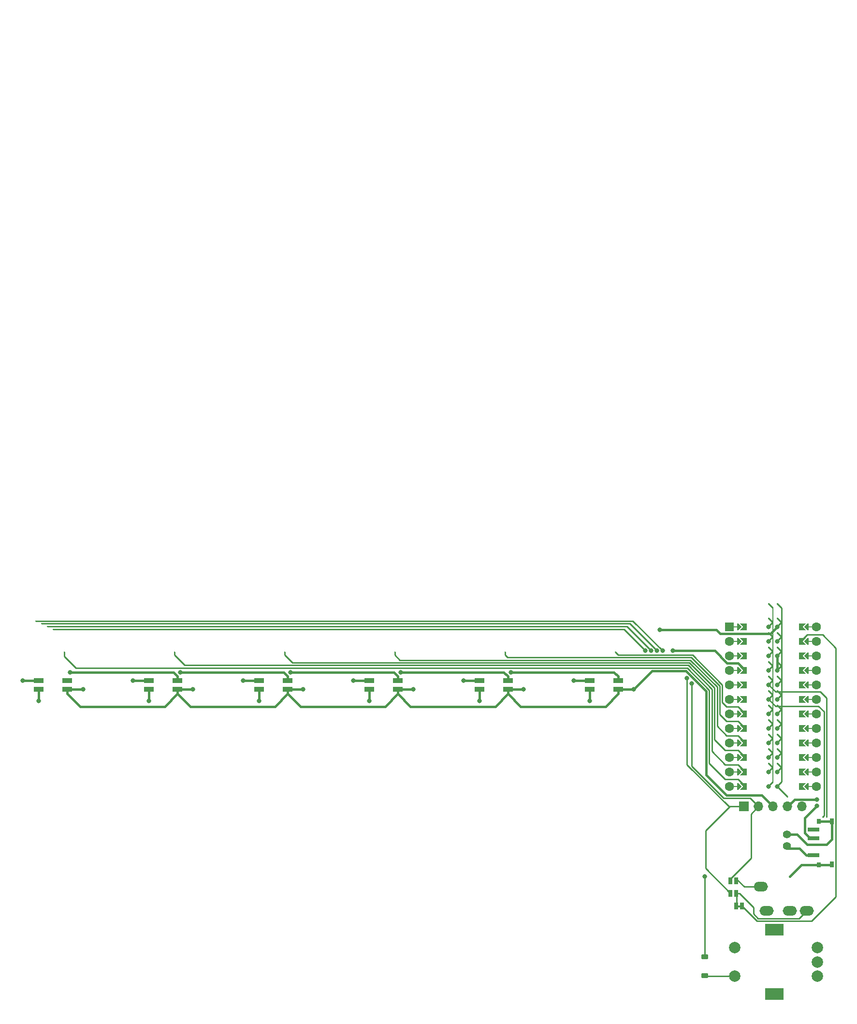
<source format=gtl>
G04 #@! TF.GenerationSoftware,KiCad,Pcbnew,7.0.6-7.0.6~ubuntu20.04.1*
G04 #@! TF.CreationDate,2023-10-06T02:11:43+00:00*
G04 #@! TF.ProjectId,Seismos_CoreL,53656973-6d6f-4735-9f43-6f72654c2e6b,rev?*
G04 #@! TF.SameCoordinates,Original*
G04 #@! TF.FileFunction,Copper,L1,Top*
G04 #@! TF.FilePolarity,Positive*
%FSLAX46Y46*%
G04 Gerber Fmt 4.6, Leading zero omitted, Abs format (unit mm)*
G04 Created by KiCad (PCBNEW 7.0.6-7.0.6~ubuntu20.04.1) date 2023-10-06 02:11:43*
%MOMM*%
%LPD*%
G01*
G04 APERTURE LIST*
G04 Aperture macros list*
%AMRoundRect*
0 Rectangle with rounded corners*
0 $1 Rounding radius*
0 $2 $3 $4 $5 $6 $7 $8 $9 X,Y pos of 4 corners*
0 Add a 4 corners polygon primitive as box body*
4,1,4,$2,$3,$4,$5,$6,$7,$8,$9,$2,$3,0*
0 Add four circle primitives for the rounded corners*
1,1,$1+$1,$2,$3*
1,1,$1+$1,$4,$5*
1,1,$1+$1,$6,$7*
1,1,$1+$1,$8,$9*
0 Add four rect primitives between the rounded corners*
20,1,$1+$1,$2,$3,$4,$5,0*
20,1,$1+$1,$4,$5,$6,$7,0*
20,1,$1+$1,$6,$7,$8,$9,0*
20,1,$1+$1,$8,$9,$2,$3,0*%
%AMFreePoly0*
4,1,5,0.125000,-0.500000,-0.125000,-0.500000,-0.125000,0.500000,0.125000,0.500000,0.125000,-0.500000,0.125000,-0.500000,$1*%
%AMFreePoly1*
4,1,6,0.600000,0.200000,0.000000,-0.400000,-0.600000,0.200000,-0.600000,0.400000,0.600000,0.400000,0.600000,0.200000,0.600000,0.200000,$1*%
%AMFreePoly2*
4,1,6,0.600000,-0.250000,-0.600000,-0.250000,-0.600000,1.000000,0.000000,0.400000,0.600000,1.000000,0.600000,-0.250000,0.600000,-0.250000,$1*%
%AMFreePoly3*
4,1,49,0.088388,4.152388,0.854389,3.386388,0.867767,3.368517,0.871157,3.365580,0.871925,3.362962,0.875711,3.357906,0.882287,3.327671,0.891000,3.298000,0.891000,0.766000,0.887823,0.743906,0.888144,0.739429,0.886835,0.737032,0.885937,0.730783,0.869213,0.704760,0.854389,0.677612,0.088388,-0.088388,0.064431,-0.106321,0.062500,-0.108253,0.061490,-0.108523,0.059906,-0.109710,
0.044798,-0.112996,0.000000,-0.125000,-0.004652,-0.123753,-0.008917,-0.124682,-0.028634,-0.117327,-0.062500,-0.108253,-0.068172,-0.102580,-0.074910,-0.100068,-0.087486,-0.083266,-0.108253,-0.062500,-0.111163,-0.051638,-0.117119,-0.043683,-0.118510,-0.024217,-0.125000,0.000000,-0.121245,0.014013,-0.122144,0.026571,-0.113772,0.041902,-0.108253,0.062500,-0.095631,0.075121,-0.088388,0.088388,
0.641000,0.817776,0.641000,3.246223,-0.088388,3.975612,-0.109710,4.004094,-0.124682,4.072917,-0.100068,4.138910,-0.043683,4.181119,0.026571,4.186144,0.088388,4.152388,0.088388,4.152388,$1*%
%AMFreePoly4*
4,1,49,0.088388,4.152388,0.850389,3.390388,0.863767,3.372517,0.867157,3.369580,0.867925,3.366962,0.871711,3.361906,0.878287,3.331671,0.887000,3.302000,0.887000,0.762000,0.883823,0.739906,0.884144,0.735429,0.882835,0.733032,0.881937,0.726783,0.865213,0.700760,0.850389,0.673612,0.088388,-0.088388,0.064431,-0.106321,0.062500,-0.108253,0.061490,-0.108523,0.059906,-0.109710,
0.044798,-0.112996,0.000000,-0.125000,-0.004652,-0.123753,-0.008917,-0.124682,-0.028634,-0.117327,-0.062500,-0.108253,-0.068172,-0.102580,-0.074910,-0.100068,-0.087486,-0.083266,-0.108253,-0.062500,-0.111163,-0.051638,-0.117119,-0.043683,-0.118510,-0.024217,-0.125000,0.000000,-0.121245,0.014013,-0.122144,0.026571,-0.113772,0.041902,-0.108253,0.062500,-0.095631,0.075121,-0.088388,0.088388,
0.637000,0.813776,0.637000,3.250223,-0.088388,3.975612,-0.109710,4.004094,-0.124682,4.072917,-0.100068,4.138910,-0.043683,4.181119,0.026571,4.186144,0.088388,4.152388,0.088388,4.152388,$1*%
G04 Aperture macros list end*
G04 #@! TA.AperFunction,EtchedComponent*
%ADD10C,0.100000*%
G04 #@! TD*
G04 #@! TA.AperFunction,ComponentPad*
%ADD11C,2.000000*%
G04 #@! TD*
G04 #@! TA.AperFunction,ComponentPad*
%ADD12R,3.200000X2.000000*%
G04 #@! TD*
G04 #@! TA.AperFunction,ComponentPad*
%ADD13O,2.500000X1.700000*%
G04 #@! TD*
G04 #@! TA.AperFunction,SMDPad,CuDef*
%ADD14R,0.635000X1.143000*%
G04 #@! TD*
G04 #@! TA.AperFunction,ComponentPad*
%ADD15R,1.700000X1.700000*%
G04 #@! TD*
G04 #@! TA.AperFunction,ComponentPad*
%ADD16O,1.700000X1.700000*%
G04 #@! TD*
G04 #@! TA.AperFunction,SMDPad,CuDef*
%ADD17R,2.000000X0.800000*%
G04 #@! TD*
G04 #@! TA.AperFunction,SMDPad,CuDef*
%ADD18R,0.800000X0.900000*%
G04 #@! TD*
G04 #@! TA.AperFunction,SMDPad,CuDef*
%ADD19R,0.800000X1.000000*%
G04 #@! TD*
G04 #@! TA.AperFunction,ComponentPad*
%ADD20C,1.400000*%
G04 #@! TD*
G04 #@! TA.AperFunction,ComponentPad*
%ADD21C,1.600000*%
G04 #@! TD*
G04 #@! TA.AperFunction,SMDPad,CuDef*
%ADD22FreePoly0,270.000000*%
G04 #@! TD*
G04 #@! TA.AperFunction,SMDPad,CuDef*
%ADD23FreePoly1,270.000000*%
G04 #@! TD*
G04 #@! TA.AperFunction,SMDPad,CuDef*
%ADD24FreePoly1,90.000000*%
G04 #@! TD*
G04 #@! TA.AperFunction,SMDPad,CuDef*
%ADD25FreePoly0,90.000000*%
G04 #@! TD*
G04 #@! TA.AperFunction,ComponentPad*
%ADD26R,1.600000X1.600000*%
G04 #@! TD*
G04 #@! TA.AperFunction,SMDPad,CuDef*
%ADD27FreePoly2,270.000000*%
G04 #@! TD*
G04 #@! TA.AperFunction,SMDPad,CuDef*
%ADD28FreePoly3,270.000000*%
G04 #@! TD*
G04 #@! TA.AperFunction,ComponentPad*
%ADD29C,0.800000*%
G04 #@! TD*
G04 #@! TA.AperFunction,SMDPad,CuDef*
%ADD30FreePoly4,90.000000*%
G04 #@! TD*
G04 #@! TA.AperFunction,SMDPad,CuDef*
%ADD31FreePoly2,90.000000*%
G04 #@! TD*
G04 #@! TA.AperFunction,SMDPad,CuDef*
%ADD32RoundRect,0.225000X-0.375000X0.225000X-0.375000X-0.225000X0.375000X-0.225000X0.375000X0.225000X0*%
G04 #@! TD*
G04 #@! TA.AperFunction,SMDPad,CuDef*
%ADD33R,1.803400X0.812800*%
G04 #@! TD*
G04 #@! TA.AperFunction,ViaPad*
%ADD34C,0.800000*%
G04 #@! TD*
G04 #@! TA.AperFunction,ViaPad*
%ADD35C,0.300000*%
G04 #@! TD*
G04 #@! TA.AperFunction,Conductor*
%ADD36C,0.381000*%
G04 #@! TD*
G04 #@! TA.AperFunction,Conductor*
%ADD37C,0.254000*%
G04 #@! TD*
G04 APERTURE END LIST*
D10*
X159899620Y-71350000D02*
X159499620Y-71350000D01*
X159499620Y-71050000D01*
X159899620Y-71050000D01*
X159899620Y-71350000D01*
G04 #@! TA.AperFunction,EtchedComponent*
G36*
X159899620Y-71350000D02*
G01*
X159499620Y-71350000D01*
X159499620Y-71050000D01*
X159899620Y-71050000D01*
X159899620Y-71350000D01*
G37*
G04 #@! TD.AperFunction*
D11*
X173390000Y-83460000D03*
X173390000Y-78460000D03*
X173390000Y-80960000D03*
D12*
X165890000Y-86560000D03*
X165890000Y-75360000D03*
D11*
X158890000Y-78460000D03*
X158890000Y-83460000D03*
D13*
X164530000Y-71997000D03*
X168530000Y-71997000D03*
X171530000Y-71997000D03*
X163530000Y-67797000D03*
D14*
X158199240Y-66800000D03*
X159200000Y-66800000D03*
D15*
X160556000Y-53766000D03*
D16*
X163096000Y-53766000D03*
X165636000Y-53766000D03*
X168176000Y-53766000D03*
X170716000Y-53766000D03*
D17*
X172700000Y-59309000D03*
D18*
X173675000Y-63932000D03*
D19*
X175925000Y-63882000D03*
X175925000Y-56382000D03*
D18*
X173675000Y-56332000D03*
D17*
X172700000Y-57809000D03*
X172700000Y-62309000D03*
D14*
X159200760Y-69000000D03*
X158200000Y-69000000D03*
D20*
X168050500Y-58632000D03*
X168050500Y-60632000D03*
D21*
X173256000Y-22286000D03*
D22*
X171986000Y-22286000D03*
D23*
X171478000Y-22286000D03*
D24*
X159794000Y-22286000D03*
D25*
X159286000Y-22286000D03*
D21*
X158016000Y-22286000D03*
D26*
X158016000Y-22286000D03*
D21*
X173256000Y-24826000D03*
D22*
X171986000Y-24826000D03*
D23*
X171478000Y-24826000D03*
D24*
X159794000Y-24826000D03*
D25*
X159286000Y-24826000D03*
D21*
X158016000Y-24826000D03*
X173256000Y-27366000D03*
D22*
X171986000Y-27366000D03*
D23*
X171478000Y-27366000D03*
D24*
X159794000Y-27366000D03*
D25*
X159286000Y-27366000D03*
D21*
X158016000Y-27366000D03*
X173256000Y-29906000D03*
D22*
X171986000Y-29906000D03*
D23*
X171478000Y-29906000D03*
D24*
X159794000Y-29906000D03*
D25*
X159286000Y-29906000D03*
D21*
X158016000Y-29906000D03*
X173256000Y-32446000D03*
D22*
X171986000Y-32446000D03*
D23*
X171478000Y-32446000D03*
D24*
X159794000Y-32446000D03*
D25*
X159286000Y-32446000D03*
D21*
X158016000Y-32446000D03*
X173256000Y-34986000D03*
D22*
X171986000Y-34986000D03*
D23*
X171478000Y-34986000D03*
D24*
X159794000Y-34986000D03*
D25*
X159286000Y-34986000D03*
D21*
X158016000Y-34986000D03*
X173256000Y-37526000D03*
D22*
X171986000Y-37526000D03*
D23*
X171478000Y-37526000D03*
D24*
X159794000Y-37526000D03*
D25*
X159286000Y-37526000D03*
D21*
X158016000Y-37526000D03*
X173256000Y-40066000D03*
D22*
X171986000Y-40066000D03*
D23*
X171478000Y-40066000D03*
D24*
X159794000Y-40066000D03*
D25*
X159286000Y-40066000D03*
D21*
X158016000Y-40066000D03*
X173256000Y-42606000D03*
D22*
X171986000Y-42606000D03*
D23*
X171478000Y-42606000D03*
D24*
X159794000Y-42606000D03*
D25*
X159286000Y-42606000D03*
D21*
X158016000Y-42606000D03*
X173256000Y-45146000D03*
D22*
X171986000Y-45146000D03*
D23*
X171478000Y-45146000D03*
D24*
X159794000Y-45146000D03*
D25*
X159286000Y-45146000D03*
D21*
X158016000Y-45146000D03*
X173256000Y-47686000D03*
D22*
X171986000Y-47686000D03*
D23*
X171478000Y-47686000D03*
D24*
X159794000Y-47686000D03*
D25*
X159286000Y-47686000D03*
D21*
X158016000Y-47686000D03*
X173256000Y-50226000D03*
D22*
X171986000Y-50226000D03*
D23*
X171478000Y-50226000D03*
D24*
X159794000Y-50226000D03*
D25*
X159286000Y-50226000D03*
D21*
X158016000Y-50226000D03*
D27*
X170462000Y-22286000D03*
D28*
X166398000Y-22286000D03*
D29*
X166398000Y-22286000D03*
D27*
X170462000Y-24826000D03*
D28*
X166398000Y-24826000D03*
D29*
X166398000Y-24826000D03*
D27*
X170462000Y-27366000D03*
D28*
X166398000Y-27366000D03*
D29*
X166398000Y-27366000D03*
D27*
X170462000Y-29906000D03*
D28*
X166398000Y-29906000D03*
D29*
X166398000Y-29906000D03*
D27*
X170462000Y-32446000D03*
D28*
X166398000Y-32446000D03*
D29*
X166398000Y-32446000D03*
D27*
X170462000Y-34986000D03*
D28*
X166398000Y-34986000D03*
D29*
X166398000Y-34986000D03*
D27*
X170462000Y-37526000D03*
D28*
X166398000Y-37526000D03*
D29*
X166398000Y-37526000D03*
D27*
X170462000Y-40066000D03*
D28*
X166398000Y-40066000D03*
D29*
X166398000Y-40066000D03*
D27*
X170462000Y-42606000D03*
D28*
X166398000Y-42606000D03*
D29*
X166398000Y-42606000D03*
D27*
X170462000Y-45146000D03*
D28*
X166398000Y-45146000D03*
D29*
X166398000Y-45146000D03*
D27*
X170462000Y-47686000D03*
D28*
X166398000Y-47686000D03*
D29*
X166398000Y-47686000D03*
D27*
X170462000Y-50226000D03*
D28*
X166398000Y-50226000D03*
D29*
X166398000Y-50226000D03*
D30*
X164874000Y-50226000D03*
D29*
X164874000Y-50226000D03*
D31*
X160810000Y-50226000D03*
D30*
X164874000Y-47686000D03*
D29*
X164874000Y-47686000D03*
D31*
X160810000Y-47686000D03*
D30*
X164874000Y-45146000D03*
D29*
X164874000Y-45146000D03*
D31*
X160810000Y-45146000D03*
D30*
X164874000Y-42606000D03*
D29*
X164874000Y-42606000D03*
D31*
X160810000Y-42606000D03*
D30*
X164874000Y-40066000D03*
D29*
X164874000Y-40066000D03*
D31*
X160810000Y-40066000D03*
D30*
X164874000Y-37526000D03*
D29*
X164874000Y-37526000D03*
D31*
X160810000Y-37526000D03*
D30*
X164874000Y-34986000D03*
D29*
X164874000Y-34986000D03*
D31*
X160810000Y-34986000D03*
D30*
X164874000Y-32446000D03*
D29*
X164874000Y-32446000D03*
D31*
X160810000Y-32446000D03*
D30*
X164874000Y-29906000D03*
D29*
X164874000Y-29906000D03*
D31*
X160810000Y-29906000D03*
D30*
X164874000Y-27366000D03*
D29*
X164874000Y-27366000D03*
D31*
X160810000Y-27366000D03*
D30*
X164874000Y-24826000D03*
D29*
X164874000Y-24826000D03*
D31*
X160810000Y-24826000D03*
D30*
X164874000Y-22286000D03*
D29*
X164874000Y-22286000D03*
D31*
X160810000Y-22286000D03*
D32*
X153698000Y-80072000D03*
X153698000Y-83372000D03*
D14*
X160200000Y-71200000D03*
X159199240Y-71200000D03*
D33*
X42001900Y-33249300D03*
X42001900Y-31750700D03*
X36998100Y-31750700D03*
X36998100Y-33249300D03*
X138501900Y-33249300D03*
X138501900Y-31750700D03*
X133498100Y-31750700D03*
X133498100Y-33249300D03*
X99901900Y-33249300D03*
X99901900Y-31750700D03*
X94898100Y-31750700D03*
X94898100Y-33249300D03*
X80601900Y-33249300D03*
X80601900Y-31750700D03*
X75598100Y-31750700D03*
X75598100Y-33249300D03*
X119201900Y-33249300D03*
X119201900Y-31750700D03*
X114198100Y-31750700D03*
X114198100Y-33249300D03*
X61301900Y-33249300D03*
X61301900Y-31750700D03*
X56298100Y-31750700D03*
X56298100Y-33249300D03*
D34*
X130701900Y-31749300D03*
X53501900Y-31749300D03*
X173309500Y-52525500D03*
X111401900Y-31749300D03*
X34201900Y-31749300D03*
X72801900Y-31749300D03*
X92101900Y-31749300D03*
D35*
X36500000Y-21290000D03*
X94400000Y-21290000D03*
X55800000Y-21290000D03*
X113700000Y-21290000D03*
X75100000Y-21290000D03*
X133000000Y-21290000D03*
D34*
X146282509Y-26503500D03*
D35*
X134000000Y-21766500D03*
X56800000Y-21766500D03*
X95400000Y-21766500D03*
D34*
X145283006Y-26503500D03*
D35*
X76100000Y-21766500D03*
X37500000Y-21766500D03*
X114700000Y-21766500D03*
X57800000Y-22243000D03*
X96400000Y-22243000D03*
D34*
X144283503Y-26503500D03*
D35*
X135000000Y-22243000D03*
X115700000Y-22243000D03*
X38500000Y-22243000D03*
X77100000Y-22243000D03*
X97400000Y-22719500D03*
X136000000Y-22719500D03*
X58800000Y-22719500D03*
X39500000Y-22719500D03*
X78100000Y-22719500D03*
D34*
X143284000Y-26503500D03*
D35*
X116700000Y-22719500D03*
D34*
X64050000Y-33250000D03*
X121950000Y-33250000D03*
X83350000Y-33250000D03*
X102650000Y-33250000D03*
X148110000Y-26503500D03*
X141250000Y-33250000D03*
X44750000Y-33250000D03*
X151417714Y-32186286D03*
X150528714Y-31297286D03*
X145824000Y-22794000D03*
D35*
X138000000Y-26750000D03*
X118700000Y-26750000D03*
X99400000Y-26750000D03*
X80100000Y-26750000D03*
X60800000Y-26750000D03*
X41500000Y-26750000D03*
D34*
X173276468Y-53676468D03*
D35*
X175000000Y-55600000D03*
X174363063Y-55563063D03*
D34*
X133500000Y-35300000D03*
X119700000Y-30250000D03*
X114200000Y-35300000D03*
X100400000Y-30250000D03*
X94900000Y-35300000D03*
X81100000Y-30250000D03*
X75600000Y-35300000D03*
X61800000Y-30250000D03*
X56300000Y-35300000D03*
X42500000Y-30250000D03*
X37000000Y-35300000D03*
X153698000Y-65974000D03*
D35*
X168176000Y-52004000D03*
D36*
X94896700Y-31749300D02*
X94898100Y-31750700D01*
X53501900Y-31749300D02*
X56296700Y-31749300D01*
X175000000Y-60400000D02*
X171600000Y-60400000D01*
X130701900Y-31749300D02*
X133496700Y-31749300D01*
X173675000Y-63932000D02*
X170645000Y-63932000D01*
X133496700Y-31749300D02*
X133498100Y-31750700D01*
X166398000Y-29906000D02*
X166398000Y-27366000D01*
X75596700Y-31749300D02*
X75598100Y-31750700D01*
X173675000Y-63932000D02*
X175875000Y-63932000D01*
X169832000Y-58632000D02*
X168050500Y-58632000D01*
X175925000Y-59475000D02*
X175000000Y-60400000D01*
X173725000Y-56382000D02*
X173675000Y-56332000D01*
X175875000Y-63932000D02*
X175925000Y-63882000D01*
X72801900Y-31749300D02*
X75596700Y-31749300D01*
X111401900Y-31749300D02*
X114196700Y-31749300D01*
X169416500Y-52525500D02*
X168176000Y-53766000D01*
X175925000Y-56382000D02*
X173725000Y-56382000D01*
X92101900Y-31749300D02*
X94896700Y-31749300D01*
X114196700Y-31749300D02*
X114198100Y-31750700D01*
X34201900Y-31749300D02*
X36996700Y-31749300D01*
X170645000Y-63932000D02*
X168530000Y-66047000D01*
X36996700Y-31749300D02*
X36998100Y-31750700D01*
X171600000Y-60400000D02*
X169832000Y-58632000D01*
X175925000Y-56382000D02*
X175925000Y-59475000D01*
X173309500Y-52525500D02*
X169416500Y-52525500D01*
X56296700Y-31749300D02*
X56298100Y-31750700D01*
D37*
X141097640Y-21290000D02*
X146282509Y-26474869D01*
X94400000Y-21290000D02*
X113700000Y-21290000D01*
X113700000Y-21290000D02*
X133000000Y-21290000D01*
X75100000Y-21290000D02*
X94400000Y-21290000D01*
X36500000Y-21290000D02*
X55800000Y-21290000D01*
X55800000Y-21290000D02*
X75100000Y-21290000D01*
X133000000Y-21290000D02*
X141097640Y-21290000D01*
X146282509Y-26474869D02*
X146282509Y-26503500D01*
X56800000Y-21766500D02*
X76100000Y-21766500D01*
X134000000Y-21766500D02*
X140574637Y-21766500D01*
X37500000Y-21766500D02*
X56800000Y-21766500D01*
X95400000Y-21766500D02*
X114700000Y-21766500D01*
X76100000Y-21766500D02*
X95400000Y-21766500D01*
X145283006Y-26474869D02*
X145283006Y-26503500D01*
X140574637Y-21766500D02*
X145283006Y-26474869D01*
X114700000Y-21766500D02*
X134000000Y-21766500D01*
X115700000Y-22243000D02*
X135000000Y-22243000D01*
X144283503Y-26474869D02*
X144283503Y-26503500D01*
X135000000Y-22243000D02*
X140051634Y-22243000D01*
X96400000Y-22243000D02*
X115700000Y-22243000D01*
X77100000Y-22243000D02*
X96400000Y-22243000D01*
X38500000Y-22243000D02*
X57800000Y-22243000D01*
X140051634Y-22243000D02*
X144283503Y-26474869D01*
X57800000Y-22243000D02*
X77100000Y-22243000D01*
X39500000Y-22719500D02*
X58800000Y-22719500D01*
X78100000Y-22719500D02*
X97400000Y-22719500D01*
X139500000Y-22719500D02*
X143284000Y-26503500D01*
X97400000Y-22719500D02*
X116700000Y-22719500D01*
X116700000Y-22719500D02*
X136000000Y-22719500D01*
X136000000Y-22719500D02*
X139500000Y-22719500D01*
X58800000Y-22719500D02*
X78100000Y-22719500D01*
D36*
X159540000Y-28636000D02*
X160810000Y-29906000D01*
X61302600Y-33250000D02*
X61301900Y-33249300D01*
X138502600Y-33250000D02*
X138501900Y-33249300D01*
X153942500Y-33584616D02*
X150375384Y-30017500D01*
X59088600Y-36250000D02*
X44250000Y-36250000D01*
X165636000Y-53766000D02*
X163620000Y-51750000D01*
X116988600Y-36250000D02*
X119201900Y-34036700D01*
X99901900Y-34036700D02*
X99901900Y-33249300D01*
X97688600Y-36250000D02*
X82850000Y-36250000D01*
X42002600Y-33250000D02*
X42001900Y-33249300D01*
X144482500Y-30017500D02*
X141250000Y-33250000D01*
X78388600Y-36250000D02*
X80601900Y-34036700D01*
X153942500Y-48184500D02*
X153942500Y-33584616D01*
X119201900Y-33998100D02*
X119201900Y-33249300D01*
X61301900Y-33998100D02*
X61301900Y-33249300D01*
X64050000Y-33250000D02*
X61302600Y-33250000D01*
X97688600Y-36250000D02*
X99901900Y-34036700D01*
X44750000Y-33250000D02*
X42002600Y-33250000D01*
X80601900Y-34036700D02*
X80601900Y-33249300D01*
X102150000Y-36250000D02*
X99900000Y-34000000D01*
X83350000Y-33250000D02*
X80602600Y-33250000D01*
X99900000Y-34000000D02*
X99901900Y-33998100D01*
X63550000Y-36250000D02*
X61300000Y-34000000D01*
X42001900Y-33998100D02*
X42001900Y-33249300D01*
X102650000Y-33250000D02*
X99902600Y-33250000D01*
X42000000Y-34000000D02*
X42001900Y-33998100D01*
X99901900Y-33998100D02*
X99901900Y-33249300D01*
X80602600Y-33250000D02*
X80601900Y-33249300D01*
X138501900Y-34036700D02*
X138501900Y-33249300D01*
X44250000Y-36250000D02*
X42000000Y-34000000D01*
X121450000Y-36250000D02*
X119200000Y-34000000D01*
X121950000Y-33250000D02*
X119202600Y-33250000D01*
X80601900Y-33998100D02*
X80601900Y-33249300D01*
X59088600Y-36250000D02*
X61301900Y-34036700D01*
X155469878Y-26503500D02*
X157602378Y-28636000D01*
X136288600Y-36250000D02*
X121450000Y-36250000D01*
X119202600Y-33250000D02*
X119201900Y-33249300D01*
X136288600Y-36250000D02*
X138501900Y-34036700D01*
X150375384Y-30017500D02*
X144482500Y-30017500D01*
X163620000Y-51750000D02*
X157508000Y-51750000D01*
X82850000Y-36250000D02*
X80600000Y-34000000D01*
X157508000Y-51750000D02*
X153942500Y-48184500D01*
X119200000Y-34000000D02*
X119201900Y-33998100D01*
X61300000Y-34000000D02*
X61301900Y-33998100D01*
X99902600Y-33250000D02*
X99901900Y-33249300D01*
X78388600Y-36250000D02*
X63550000Y-36250000D01*
X80600000Y-34000000D02*
X80601900Y-33998100D01*
X141250000Y-33250000D02*
X138502600Y-33250000D01*
X148110000Y-26503500D02*
X155469878Y-26503500D01*
X116988600Y-36250000D02*
X102150000Y-36250000D01*
X157602378Y-28636000D02*
X159540000Y-28636000D01*
X61301900Y-34036700D02*
X61301900Y-33249300D01*
X119201900Y-34036700D02*
X119201900Y-33249300D01*
D37*
X161800000Y-62800000D02*
X161800000Y-55062000D01*
X158200000Y-66400000D02*
X161800000Y-62800000D01*
X161800000Y-55062000D02*
X163096000Y-53766000D01*
X151417714Y-32186286D02*
X151417714Y-46675714D01*
X151417714Y-46675714D02*
X157009500Y-52267500D01*
X161597500Y-52267500D02*
X163096000Y-53766000D01*
X157009500Y-52267500D02*
X161597500Y-52267500D01*
X174299000Y-23699000D02*
X176652000Y-26052000D01*
X172400000Y-73800000D02*
X162800000Y-73800000D01*
X176652000Y-26052000D02*
X176652000Y-69548000D01*
X162800000Y-73800000D02*
X160277380Y-71277380D01*
X170462000Y-24826000D02*
X171589000Y-23699000D01*
X176652000Y-69548000D02*
X172400000Y-73800000D01*
X171589000Y-23699000D02*
X174299000Y-23699000D01*
X170181000Y-73346000D02*
X171530000Y-71997000D01*
X159772260Y-69000000D02*
X162200000Y-71427740D01*
X162988052Y-73346000D02*
X170181000Y-73346000D01*
X159200760Y-69000000D02*
X159772260Y-69000000D01*
X159200760Y-71200000D02*
X159276620Y-71124140D01*
X159276620Y-71124140D02*
X159276620Y-68800000D01*
X162200000Y-71427740D02*
X162200000Y-72557948D01*
X162200000Y-72557948D02*
X162988052Y-73346000D01*
X158034000Y-53766000D02*
X160556000Y-53766000D01*
X150528714Y-46428766D02*
X157865948Y-53766000D01*
X150528714Y-31297286D02*
X150528714Y-46428766D01*
X153800000Y-64600000D02*
X153800000Y-58000000D01*
X158200000Y-69000000D02*
X153800000Y-64600000D01*
X153800000Y-58000000D02*
X158034000Y-53766000D01*
X157865948Y-53766000D02*
X160556000Y-53766000D01*
D36*
X156412500Y-23476500D02*
X165207500Y-23476500D01*
X165207500Y-23476500D02*
X166398000Y-22286000D01*
X145824000Y-22794000D02*
X155730000Y-22794000D01*
X155730000Y-22794000D02*
X156412500Y-23476500D01*
D37*
X138000000Y-26750000D02*
X138480000Y-27230000D01*
X159540000Y-36256000D02*
X160810000Y-37526000D01*
X157508000Y-36256000D02*
X159540000Y-36256000D01*
X156746000Y-32446000D02*
X156746000Y-35494000D01*
X156746000Y-35494000D02*
X157508000Y-36256000D01*
X151530000Y-27230000D02*
X156746000Y-32446000D01*
X138480000Y-27230000D02*
X151530000Y-27230000D01*
X157473090Y-38796000D02*
X159540000Y-38796000D01*
X151341948Y-27684000D02*
X156292000Y-32634052D01*
X156292000Y-37614910D02*
X157473090Y-38796000D01*
X156292000Y-32634052D02*
X156292000Y-37614910D01*
X118700000Y-26750000D02*
X118700000Y-27250000D01*
X119134000Y-27684000D02*
X151341948Y-27684000D01*
X118700000Y-27250000D02*
X119134000Y-27684000D01*
X159540000Y-38796000D02*
X160810000Y-40066000D01*
X100288000Y-28138000D02*
X151153896Y-28138000D01*
X155838000Y-39666000D02*
X157508000Y-41336000D01*
X159540000Y-41336000D02*
X160810000Y-42606000D01*
X155838000Y-32822104D02*
X155838000Y-39666000D01*
X157508000Y-41336000D02*
X159540000Y-41336000D01*
X99400000Y-26750000D02*
X99400000Y-27250000D01*
X99400000Y-27250000D02*
X100288000Y-28138000D01*
X151153896Y-28138000D02*
X155838000Y-32822104D01*
X81442000Y-28592000D02*
X150965844Y-28592000D01*
X157254000Y-43876000D02*
X159540000Y-43876000D01*
X80100000Y-26750000D02*
X80100000Y-27250000D01*
X80100000Y-27250000D02*
X81442000Y-28592000D01*
X155384000Y-33010156D02*
X155384000Y-42006000D01*
X159540000Y-43876000D02*
X160810000Y-45146000D01*
X150965844Y-28592000D02*
X155384000Y-33010156D01*
X155384000Y-42006000D02*
X157254000Y-43876000D01*
X157254000Y-46416000D02*
X159540000Y-46416000D01*
X62596000Y-29046000D02*
X150777792Y-29046000D01*
X60800000Y-27250000D02*
X62596000Y-29046000D01*
X159540000Y-46416000D02*
X160810000Y-47686000D01*
X60800000Y-26750000D02*
X60800000Y-27250000D01*
X150777792Y-29046000D02*
X154930000Y-33198208D01*
X154930000Y-44092000D02*
X157254000Y-46416000D01*
X154930000Y-33198208D02*
X154930000Y-44092000D01*
X154460000Y-33370260D02*
X154460000Y-46162000D01*
X150589740Y-29500000D02*
X154460000Y-33370260D01*
X154460000Y-46162000D02*
X157254000Y-48956000D01*
X159540000Y-48956000D02*
X160810000Y-50226000D01*
X41500000Y-27500000D02*
X43500000Y-29500000D01*
X41500000Y-26750000D02*
X41500000Y-27500000D01*
X43500000Y-29500000D02*
X150589740Y-29500000D01*
X157254000Y-48956000D02*
X159540000Y-48956000D01*
D36*
X171200000Y-55752936D02*
X171200000Y-58409000D01*
X171200000Y-58409000D02*
X172100000Y-59309000D01*
X173276468Y-53676468D02*
X171200000Y-55752936D01*
X172100000Y-59309000D02*
X172700000Y-59309000D01*
D37*
X166092000Y-33664000D02*
X164874000Y-32446000D01*
X175000000Y-55600000D02*
X175000000Y-34800000D01*
X173864000Y-33664000D02*
X166092000Y-33664000D01*
X175000000Y-34800000D02*
X173864000Y-33664000D01*
X174546000Y-55380126D02*
X174546000Y-37146000D01*
X174546000Y-37146000D02*
X173600000Y-36200000D01*
X173600000Y-36200000D02*
X169887225Y-36200000D01*
X169883224Y-36204000D02*
X166092000Y-36204000D01*
X166092000Y-36204000D02*
X164874000Y-34986000D01*
X174363063Y-55563063D02*
X174546000Y-55380126D01*
X169887225Y-36200000D02*
X169883224Y-36204000D01*
D36*
X133500000Y-35300000D02*
X133500000Y-33251200D01*
X133500000Y-33251200D02*
X133498100Y-33249300D01*
X137788600Y-30250000D02*
X138501900Y-30963300D01*
X119700000Y-30250000D02*
X137788600Y-30250000D01*
X138501900Y-30963300D02*
X138501900Y-31750700D01*
X114200000Y-33251200D02*
X114198100Y-33249300D01*
X114200000Y-35300000D02*
X114200000Y-33251200D01*
X119201900Y-30963300D02*
X119201900Y-31750700D01*
X118488600Y-30250000D02*
X119201900Y-30963300D01*
X100400000Y-30250000D02*
X118488600Y-30250000D01*
X94900000Y-33251200D02*
X94898100Y-33249300D01*
X94900000Y-35300000D02*
X94900000Y-33251200D01*
X81100000Y-30250000D02*
X99188600Y-30250000D01*
X99188600Y-30250000D02*
X99901900Y-30963300D01*
X99901900Y-30963300D02*
X99901900Y-31750700D01*
X75600000Y-35300000D02*
X75600000Y-33251200D01*
X75600000Y-33251200D02*
X75598100Y-33249300D01*
X61800000Y-30250000D02*
X79888600Y-30250000D01*
X79888600Y-30250000D02*
X80601900Y-30963300D01*
X80601900Y-30963300D02*
X80601900Y-31750700D01*
X56300000Y-35300000D02*
X56300000Y-33251200D01*
X56300000Y-33251200D02*
X56298100Y-33249300D01*
X61301900Y-30963300D02*
X61301900Y-31750700D01*
X42500000Y-30250000D02*
X60588600Y-30250000D01*
X60588600Y-30250000D02*
X61301900Y-30963300D01*
X37000000Y-33251200D02*
X36998100Y-33249300D01*
X37000000Y-35300000D02*
X37000000Y-33251200D01*
X171410000Y-62309000D02*
X170233000Y-61132000D01*
X170233000Y-61132000D02*
X168050500Y-61132000D01*
X172700000Y-62309000D02*
X171410000Y-62309000D01*
D37*
X153698000Y-80072000D02*
X153698000Y-65974000D01*
X153786000Y-83460000D02*
X153698000Y-83372000D01*
X158890000Y-83460000D02*
X153786000Y-83460000D01*
X168176000Y-52004000D02*
X166398000Y-50226000D01*
X163030000Y-67797000D02*
X160597760Y-67797000D01*
X160597760Y-67797000D02*
X159200760Y-66400000D01*
M02*

</source>
